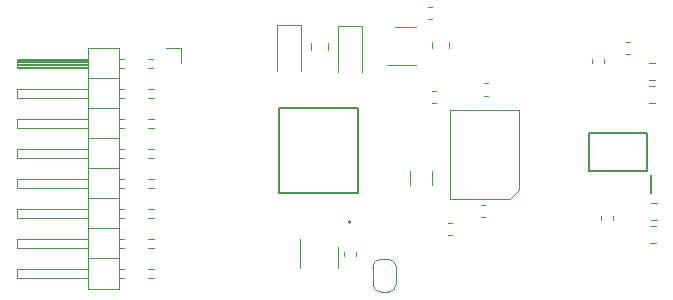
<source format=gbo>
%TF.GenerationSoftware,KiCad,Pcbnew,(5.1.4-0-10_14)*%
%TF.CreationDate,2021-01-25T16:41:12+01:00*%
%TF.ProjectId,DAUGHTER_ALLin,44415547-4854-4455-925f-414c4c696e2e,rev?*%
%TF.SameCoordinates,Original*%
%TF.FileFunction,Legend,Bot*%
%TF.FilePolarity,Positive*%
%FSLAX46Y46*%
G04 Gerber Fmt 4.6, Leading zero omitted, Abs format (unit mm)*
G04 Created by KiCad (PCBNEW (5.1.4-0-10_14)) date 2021-01-25 16:41:12*
%MOMM*%
%LPD*%
G04 APERTURE LIST*
%ADD10C,0.120000*%
%ADD11C,0.200000*%
G04 APERTURE END LIST*
D10*
X100810900Y-98168100D02*
X98360900Y-98168100D01*
X99010900Y-94948100D02*
X100810900Y-94948100D01*
X102177667Y-94324900D02*
X101835133Y-94324900D01*
X102177667Y-93304900D02*
X101835133Y-93304900D01*
X102223500Y-96768552D02*
X102223500Y-96246048D01*
X103643500Y-96768552D02*
X103643500Y-96246048D01*
X103670100Y-102032000D02*
X103670100Y-109506000D01*
X109512100Y-102032000D02*
X109512100Y-108744000D01*
X103670100Y-102032000D02*
X109512100Y-102032000D01*
X103670100Y-109506000D02*
X108750100Y-109506000D01*
X109512100Y-108744000D02*
X108750100Y-109506000D01*
X75687100Y-96720600D02*
X75687100Y-117160600D01*
X75687100Y-117160600D02*
X73027100Y-117160600D01*
X73027100Y-117160600D02*
X73027100Y-96720600D01*
X73027100Y-96720600D02*
X75687100Y-96720600D01*
X73027100Y-97670600D02*
X67027100Y-97670600D01*
X67027100Y-97670600D02*
X67027100Y-98430600D01*
X67027100Y-98430600D02*
X73027100Y-98430600D01*
X73027100Y-97730600D02*
X67027100Y-97730600D01*
X73027100Y-97850600D02*
X67027100Y-97850600D01*
X73027100Y-97970600D02*
X67027100Y-97970600D01*
X73027100Y-98090600D02*
X67027100Y-98090600D01*
X73027100Y-98210600D02*
X67027100Y-98210600D01*
X73027100Y-98330600D02*
X67027100Y-98330600D01*
X76084171Y-97670600D02*
X75687100Y-97670600D01*
X76084171Y-98430600D02*
X75687100Y-98430600D01*
X78557100Y-97670600D02*
X78170029Y-97670600D01*
X78557100Y-98430600D02*
X78170029Y-98430600D01*
X75687100Y-99320600D02*
X73027100Y-99320600D01*
X73027100Y-100210600D02*
X67027100Y-100210600D01*
X67027100Y-100210600D02*
X67027100Y-100970600D01*
X67027100Y-100970600D02*
X73027100Y-100970600D01*
X76084171Y-100210600D02*
X75687100Y-100210600D01*
X76084171Y-100970600D02*
X75687100Y-100970600D01*
X78624171Y-100210600D02*
X78170029Y-100210600D01*
X78624171Y-100970600D02*
X78170029Y-100970600D01*
X75687100Y-101860600D02*
X73027100Y-101860600D01*
X73027100Y-102750600D02*
X67027100Y-102750600D01*
X67027100Y-102750600D02*
X67027100Y-103510600D01*
X67027100Y-103510600D02*
X73027100Y-103510600D01*
X76084171Y-102750600D02*
X75687100Y-102750600D01*
X76084171Y-103510600D02*
X75687100Y-103510600D01*
X78624171Y-102750600D02*
X78170029Y-102750600D01*
X78624171Y-103510600D02*
X78170029Y-103510600D01*
X75687100Y-104400600D02*
X73027100Y-104400600D01*
X73027100Y-105290600D02*
X67027100Y-105290600D01*
X67027100Y-105290600D02*
X67027100Y-106050600D01*
X67027100Y-106050600D02*
X73027100Y-106050600D01*
X76084171Y-105290600D02*
X75687100Y-105290600D01*
X76084171Y-106050600D02*
X75687100Y-106050600D01*
X78624171Y-105290600D02*
X78170029Y-105290600D01*
X78624171Y-106050600D02*
X78170029Y-106050600D01*
X75687100Y-106940600D02*
X73027100Y-106940600D01*
X73027100Y-107830600D02*
X67027100Y-107830600D01*
X67027100Y-107830600D02*
X67027100Y-108590600D01*
X67027100Y-108590600D02*
X73027100Y-108590600D01*
X76084171Y-107830600D02*
X75687100Y-107830600D01*
X76084171Y-108590600D02*
X75687100Y-108590600D01*
X78624171Y-107830600D02*
X78170029Y-107830600D01*
X78624171Y-108590600D02*
X78170029Y-108590600D01*
X75687100Y-109480600D02*
X73027100Y-109480600D01*
X73027100Y-110370600D02*
X67027100Y-110370600D01*
X67027100Y-110370600D02*
X67027100Y-111130600D01*
X67027100Y-111130600D02*
X73027100Y-111130600D01*
X76084171Y-110370600D02*
X75687100Y-110370600D01*
X76084171Y-111130600D02*
X75687100Y-111130600D01*
X78624171Y-110370600D02*
X78170029Y-110370600D01*
X78624171Y-111130600D02*
X78170029Y-111130600D01*
X75687100Y-112020600D02*
X73027100Y-112020600D01*
X73027100Y-112910600D02*
X67027100Y-112910600D01*
X67027100Y-112910600D02*
X67027100Y-113670600D01*
X67027100Y-113670600D02*
X73027100Y-113670600D01*
X76084171Y-112910600D02*
X75687100Y-112910600D01*
X76084171Y-113670600D02*
X75687100Y-113670600D01*
X78624171Y-112910600D02*
X78170029Y-112910600D01*
X78624171Y-113670600D02*
X78170029Y-113670600D01*
X75687100Y-114560600D02*
X73027100Y-114560600D01*
X73027100Y-115450600D02*
X67027100Y-115450600D01*
X67027100Y-115450600D02*
X67027100Y-116210600D01*
X67027100Y-116210600D02*
X73027100Y-116210600D01*
X76084171Y-115450600D02*
X75687100Y-115450600D01*
X76084171Y-116210600D02*
X75687100Y-116210600D01*
X78624171Y-115450600D02*
X78170029Y-115450600D01*
X78624171Y-116210600D02*
X78170029Y-116210600D01*
X80937100Y-98050600D02*
X80937100Y-96780600D01*
X80937100Y-96780600D02*
X79667100Y-96780600D01*
D11*
X95301540Y-111478300D02*
G75*
G03X95301540Y-111478300I-103940J0D01*
G01*
X89192600Y-101859300D02*
X89192600Y-108999300D01*
X95922600Y-101859300D02*
X89192600Y-101859300D01*
X95922600Y-108999300D02*
X95922600Y-101859300D01*
X89192600Y-108999300D02*
X95922600Y-108999300D01*
D10*
X115733100Y-98028879D02*
X115733100Y-97703321D01*
X116753100Y-98028879D02*
X116753100Y-97703321D01*
X118607621Y-96232500D02*
X118933179Y-96232500D01*
X118607621Y-97252500D02*
X118933179Y-97252500D01*
X117540500Y-110968821D02*
X117540500Y-111294379D01*
X116520500Y-110968821D02*
X116520500Y-111294379D01*
X121063652Y-101414900D02*
X120541148Y-101414900D01*
X121063652Y-99994900D02*
X120541148Y-99994900D01*
X121089052Y-99471800D02*
X120566548Y-99471800D01*
X121089052Y-98051800D02*
X120566548Y-98051800D01*
X121177952Y-113251300D02*
X120655448Y-113251300D01*
X121177952Y-111831300D02*
X120655448Y-111831300D01*
X121216052Y-111270100D02*
X120693548Y-111270100D01*
X121216052Y-109850100D02*
X120693548Y-109850100D01*
X91011100Y-115371700D02*
X91011100Y-112921700D01*
X94231100Y-113571700D02*
X94231100Y-115371700D01*
X97171000Y-115316800D02*
X97171000Y-116716800D01*
X97871000Y-117416800D02*
X98471000Y-117416800D01*
X99171000Y-116716800D02*
X99171000Y-115316800D01*
X98471000Y-114616800D02*
X97871000Y-114616800D01*
X97871000Y-114616800D02*
G75*
G03X97171000Y-115316800I0J-700000D01*
G01*
X99171000Y-115316800D02*
G75*
G03X98471000Y-114616800I-700000J0D01*
G01*
X98471000Y-117416800D02*
G75*
G03X99171000Y-116716800I0J700000D01*
G01*
X97171000Y-116716800D02*
G75*
G03X97871000Y-117416800I700000J0D01*
G01*
D11*
X120754900Y-109018600D02*
X120754900Y-107498600D01*
X115494900Y-107148600D02*
X120394900Y-107148600D01*
X115494900Y-103938600D02*
X115494900Y-107148600D01*
X120394900Y-103938600D02*
X115494900Y-103938600D01*
X120394900Y-107148600D02*
X120394900Y-103938600D01*
D10*
X89055700Y-94784600D02*
X89055700Y-98684600D01*
X91055700Y-94784600D02*
X91055700Y-98684600D01*
X89055700Y-94784600D02*
X91055700Y-94784600D01*
X94224600Y-94873500D02*
X94224600Y-98773500D01*
X96224600Y-94873500D02*
X96224600Y-98773500D01*
X94224600Y-94873500D02*
X96224600Y-94873500D01*
X95772700Y-114054921D02*
X95772700Y-114380479D01*
X94752700Y-114054921D02*
X94752700Y-114380479D01*
X93394600Y-96363248D02*
X93394600Y-96885752D01*
X91974600Y-96363248D02*
X91974600Y-96885752D01*
X102199221Y-100353400D02*
X102524779Y-100353400D01*
X102199221Y-101373400D02*
X102524779Y-101373400D01*
X103858279Y-112587500D02*
X103532721Y-112587500D01*
X103858279Y-111567500D02*
X103532721Y-111567500D01*
X106906279Y-100770400D02*
X106580721Y-100770400D01*
X106906279Y-99750400D02*
X106580721Y-99750400D01*
X106690379Y-111076200D02*
X106364821Y-111076200D01*
X106690379Y-110056200D02*
X106364821Y-110056200D01*
X102154400Y-107125936D02*
X102154400Y-108330064D01*
X100334400Y-107125936D02*
X100334400Y-108330064D01*
M02*

</source>
